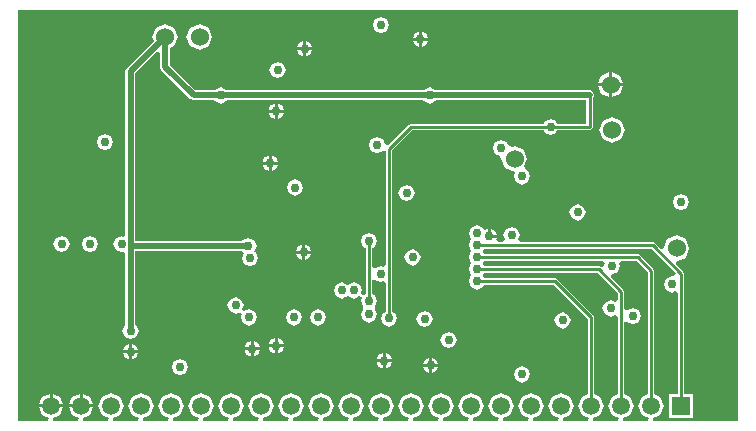
<source format=gbl>
%FSTAX23Y23*%
%MOIN*%
%SFA1B1*%

%IPPOS*%
%ADD28C,0.010000*%
%ADD29C,0.020000*%
%ADD30C,0.030000*%
%ADD31C,0.060000*%
%ADD32R,0.059055X0.059055*%
%ADD33C,0.059055*%
%ADD34C,0.020000*%
%LNbackscatter_tag_pcb-1*%
%LPD*%
G36*
X03949Y025D02*
Y02477D01*
X03939Y02471*
X03925Y02477*
X03905Y02469*
X03897Y0245*
X03905Y0243*
X03925Y02422*
X03939Y02428*
X03949Y02422*
Y02163*
X03929Y02155*
X03917Y02125*
X03929Y02094*
X03953Y02085*
X03951Y02075*
X03868*
X03866Y02085*
X0389Y02094*
X03902Y02125*
X0389Y02155*
X0387Y02163*
Y0242*
X03867Y02427*
X03747Y02547*
X0374Y0255*
X03502*
X03502Y02551*
X03499Y0256*
X03502Y02568*
X03502Y02569*
X0388*
X03949Y025*
G37*
G36*
X04049Y0257D02*
Y02163D01*
X04029Y02155*
X04017Y02125*
X04029Y02094*
X04053Y02085*
X04051Y02075*
X03968*
X03966Y02085*
X0399Y02094*
X04002Y02125*
X0399Y02155*
X0397Y02163*
Y02403*
X0398Y02405*
X0398Y02405*
X04Y02397*
X04019Y02405*
X04027Y02425*
X04019Y02444*
X04Y02452*
X0398Y02444*
X0398Y02444*
X0397Y02446*
Y02505*
X03967Y02512*
X03926Y02553*
X03931Y02563*
X03949Y0257*
X03957Y0259*
X03953Y02599*
X03959Y02609*
X0401*
X04049Y0257*
G37*
G36*
X0435Y02075D02*
X04068D01*
X04066Y02085*
X0409Y02094*
X04102Y02125*
X0409Y02155*
X0407Y02163*
Y02575*
X04067Y02582*
X04022Y02627*
X04015Y0263*
X03502*
X03502Y02631*
X03499Y0264*
X03502Y02648*
X03502Y02649*
X0406*
X04142Y02567*
X04141Y02562*
X04131Y02556*
X0413Y02557*
X0411Y02549*
X04102Y0253*
X0411Y0251*
X0413Y02502*
X04139Y02506*
X04149Y025*
Y02164*
X0412*
Y02085*
X04199*
Y02164*
X0417*
Y02565*
X04167Y02572*
X04142Y02597*
X04146Y02607*
X04175Y02619*
X04188Y0265*
X04175Y0268*
X04145Y02693*
X04114Y0268*
X04102Y02651*
X04092Y02647*
X04072Y02667*
X04065Y0267*
X03622*
X03616Y0268*
X03622Y02695*
X03614Y02714*
X03595Y02722*
X03575Y02714*
X03567Y02695*
X03573Y0268*
X03567Y0267*
X03549*
X03543Y0268*
X03545Y02685*
X0352*
Y0269*
X03515*
Y02715*
X03502Y0271*
X03499Y02719*
X0348Y02727*
X0346Y02719*
X03452Y027*
X03457Y02688*
X0346Y0268*
X03457Y02671*
X03452Y0266*
X03457Y02648*
X0346Y0264*
X03457Y02631*
X03452Y0262*
X03457Y02608*
X0346Y026*
X03457Y02591*
X03452Y0258*
X03457Y02568*
X0346Y0256*
X03457Y02551*
X03452Y0254*
X0346Y0252*
X0348Y02512*
X03499Y0252*
X03502Y02529*
X03735*
X03849Y02415*
Y02163*
X03829Y02155*
X03817Y02125*
X03829Y02094*
X03853Y02085*
X03851Y02075*
X03768*
X03766Y02085*
X0379Y02094*
X03802Y02125*
X0379Y02155*
X0376Y02167*
X03729Y02155*
X03717Y02125*
X03729Y02094*
X03753Y02085*
X03751Y02075*
X03668*
X03666Y02085*
X0369Y02094*
X03702Y02125*
X0369Y02155*
X0366Y02167*
X03629Y02155*
X03617Y02125*
X03629Y02094*
X03653Y02085*
X03651Y02075*
X03568*
X03566Y02085*
X0359Y02094*
X03602Y02125*
X0359Y02155*
X0356Y02167*
X03529Y02155*
X03517Y02125*
X03529Y02094*
X03553Y02085*
X03551Y02075*
X03468*
X03466Y02085*
X0349Y02094*
X03502Y02125*
X0349Y02155*
X0346Y02167*
X03429Y02155*
X03417Y02125*
X03429Y02094*
X03453Y02085*
X03451Y02075*
X03368*
X03366Y02085*
X0339Y02094*
X03402Y02125*
X0339Y02155*
X0336Y02167*
X03329Y02155*
X03317Y02125*
X03329Y02094*
X03353Y02085*
X03351Y02075*
X03268*
X03266Y02085*
X0329Y02094*
X03302Y02125*
X0329Y02155*
X0326Y02167*
X03229Y02155*
X03217Y02125*
X03229Y02094*
X03253Y02085*
X03251Y02075*
X03168*
X03166Y02085*
X0319Y02094*
X03202Y02125*
X0319Y02155*
X0316Y02167*
X03129Y02155*
X03117Y02125*
X03129Y02094*
X03153Y02085*
X03151Y02075*
X03068*
X03066Y02085*
X0309Y02094*
X03102Y02125*
X0309Y02155*
X0306Y02167*
X03029Y02155*
X03017Y02125*
X03029Y02094*
X03053Y02085*
X03051Y02075*
X02968*
X02966Y02085*
X0299Y02094*
X03002Y02125*
X0299Y02155*
X0296Y02167*
X02929Y02155*
X02917Y02125*
X02929Y02094*
X02953Y02085*
X02951Y02075*
X02868*
X02866Y02085*
X0289Y02094*
X02902Y02125*
X0289Y02155*
X0286Y02167*
X02829Y02155*
X02817Y02125*
X02829Y02094*
X02853Y02085*
X02851Y02075*
X02768*
X02766Y02085*
X0279Y02094*
X02802Y02125*
X0279Y02155*
X0276Y02167*
X02729Y02155*
X02717Y02125*
X02729Y02094*
X02753Y02085*
X02751Y02075*
X02668*
X02666Y02085*
X0269Y02094*
X02702Y02125*
X0269Y02155*
X0266Y02167*
X02629Y02155*
X02617Y02125*
X02629Y02094*
X02653Y02085*
X02651Y02075*
X02568*
X02566Y02085*
X0259Y02094*
X02602Y02125*
X0259Y02155*
X0256Y02167*
X02529Y02155*
X02517Y02125*
X02529Y02094*
X02553Y02085*
X02551Y02075*
X02468*
X02466Y02085*
X0249Y02094*
X02502Y02125*
X0249Y02155*
X0246Y02167*
X02429Y02155*
X02417Y02125*
X02429Y02094*
X02453Y02085*
X02451Y02075*
X02368*
X02366Y02085*
X0239Y02094*
X02402Y02125*
X0239Y02155*
X0236Y02167*
X02329Y02155*
X02317Y02125*
X02329Y02094*
X02353Y02085*
X02351Y02075*
X02268*
X02266Y02085*
X0229Y02094*
X02302Y02125*
X0229Y02155*
X0226Y02167*
X02229Y02155*
X02217Y02125*
X02229Y02094*
X02253Y02085*
X02251Y02075*
X02168*
X02166Y02085*
X0219Y02094*
X022Y0212*
X0216*
X02119*
X02129Y02094*
X02153Y02085*
X02151Y02075*
X02068*
X02066Y02085*
X0209Y02094*
X021Y0212*
X0206*
X02019*
X02029Y02094*
X02053Y02085*
X02051Y02075*
X0195*
Y03445*
X0435*
Y02075*
G37*
G36*
X03905Y026D02*
X03902Y0259D01*
X03893Y02586*
X03892Y02587*
X03885Y0259*
X03502*
X03502Y02591*
X03499Y026*
X03502Y02608*
X03502Y02609*
X039*
X03905Y026*
G37*
%LNbackscatter_tag_pcb-2*%
%LPC*%
G36*
X02725Y0234D02*
X0271Y02334D01*
X02705Y0232*
X02725*
Y0234*
G37*
G36*
X02735D02*
Y0232D01*
X02755*
X02749Y02334*
X02735Y0234*
G37*
G36*
X02805Y0235D02*
X0279Y02344D01*
X02785Y0233*
X02805*
Y0235*
G37*
G36*
X03385Y02372D02*
X03365Y02364D01*
X03357Y02345*
X03365Y02325*
X03385Y02317*
X03404Y02325*
X03412Y02345*
X03404Y02364*
X03385Y02372*
G37*
G36*
X02835Y0232D02*
X02815D01*
Y023*
X02829Y02305*
X02835Y0232*
G37*
G36*
X0232Y0233D02*
X02305Y02324D01*
X023Y0231*
X0232*
Y0233*
G37*
G36*
X0233D02*
Y0231D01*
X0235*
X02344Y02324*
X0233Y0233*
G37*
G36*
X0287Y02447D02*
X0285Y02439D01*
X02842Y0242*
X0285Y024*
X0287Y02392*
X02889Y024*
X02897Y0242*
X02889Y02439*
X0287Y02447*
G37*
G36*
X0295D02*
X0293Y02439D01*
X02922Y0242*
X0293Y024*
X0295Y02392*
X02969Y024*
X02977Y0242*
X02969Y02439*
X0295Y02447*
G37*
G36*
X03265Y02647D02*
X03245Y02639D01*
X03237Y0262*
X03245Y026*
X03265Y02592*
X03284Y026*
X03292Y0262*
X03284Y02639*
X03265Y02647*
G37*
G36*
X02675Y02487D02*
X02655Y02479D01*
X02647Y0246*
X02655Y0244*
X02675Y02432*
X0269Y02439*
X02697Y02431*
X02692Y0242*
X027Y024*
X0272Y02392*
X02739Y024*
X02747Y0242*
X02739Y02439*
X0272Y02447*
X02704Y0244*
X02697Y02448*
X02702Y0246*
X02694Y02479*
X02675Y02487*
G37*
G36*
X02815Y0235D02*
Y0233D01*
X02835*
X02829Y02344*
X02815Y0235*
G37*
G36*
X03765Y02437D02*
X03745Y02429D01*
X03737Y0241*
X03745Y0239*
X03765Y02382*
X03784Y0239*
X03792Y0241*
X03784Y02429*
X03765Y02437*
G37*
G36*
X03305Y02442D02*
X03285Y02434D01*
X03277Y02415*
X03285Y02395*
X03305Y02387*
X03324Y02395*
X03332Y02415*
X03324Y02434*
X03305Y02442*
G37*
G36*
X02805Y0232D02*
X02785D01*
X0279Y02305*
X02805Y023*
Y0232*
G37*
G36*
X0332Y02255D02*
X033D01*
X03305Y0224*
X0332Y02235*
Y02255*
G37*
G36*
X0249Y02282D02*
X0247Y02274D01*
X02462Y02255*
X0247Y02235*
X0249Y02227*
X02509Y02235*
X02517Y02255*
X02509Y02274*
X0249Y02282*
G37*
G36*
X03165Y0227D02*
X03145D01*
X0315Y02255*
X03165Y0225*
Y0227*
G37*
G36*
X0335Y02255D02*
X0333D01*
Y02235*
X03344Y0224*
X0335Y02255*
G37*
G36*
X0363Y02257D02*
X0361Y02249D01*
X03602Y0223*
X0361Y0221*
X0363Y02202*
X03649Y0221*
X03657Y0223*
X03649Y02249*
X0363Y02257*
G37*
G36*
X02155Y02165D02*
X02129Y02155D01*
X02119Y0213*
X02155*
Y02165*
G37*
G36*
X02055D02*
X02029Y02155D01*
X02019Y0213*
X02055*
Y02165*
G37*
G36*
X02165D02*
Y0213D01*
X022*
X0219Y02155*
X02165Y02165*
G37*
G36*
X02065D02*
Y0213D01*
X021*
X0209Y02155*
X02065Y02165*
G37*
G36*
X0235Y023D02*
X0233D01*
Y0228*
X02344Y02285*
X0235Y023*
G37*
G36*
X0232D02*
X023D01*
X02305Y02285*
X0232Y0228*
Y023*
G37*
G36*
X02755Y0231D02*
X02735D01*
Y0229*
X02749Y02295*
X02755Y0231*
G37*
G36*
X02725D02*
X02705D01*
X0271Y02295*
X02725Y0229*
Y0231*
G37*
G36*
X03175Y023D02*
Y0228D01*
X03195*
X03189Y02294*
X03175Y023*
G37*
G36*
X0332Y02285D02*
X03305Y02279D01*
X033Y02265*
X0332*
Y02285*
G37*
G36*
X03195Y0227D02*
X03175D01*
Y0225*
X03189Y02255*
X03195Y0227*
G37*
G36*
X03165Y023D02*
X0315Y02294D01*
X03145Y0228*
X03165*
Y023*
G37*
G36*
X0333Y02285D02*
Y02265D01*
X0335*
X03344Y02279*
X0333Y02285*
G37*
G36*
X02897Y02632D02*
X02877D01*
X02883Y02618*
X02897Y02612*
Y02632*
G37*
G36*
X0393Y03236D02*
Y032D01*
X03966*
X03955Y03225*
X0393Y03236*
G37*
G36*
X0392D02*
X03894Y03225D01*
X03883Y032*
X0392*
Y03236*
G37*
G36*
X029Y0331D02*
X0288D01*
X02885Y03295*
X029Y0329*
Y0331*
G37*
G36*
X02815Y03272D02*
X02795Y03264D01*
X02787Y03245*
X02795Y03225*
X02815Y03217*
X02834Y03225*
X02842Y03245*
X02834Y03264*
X02815Y03272*
G37*
G36*
X03966Y0319D02*
X0393D01*
Y03153*
X03955Y03164*
X03966Y0319*
G37*
G36*
X02805Y03131D02*
X0279Y03126D01*
X02785Y03111*
X02805*
Y03131*
G37*
G36*
X02835Y03101D02*
X02815D01*
Y03081*
X02829Y03087*
X02835Y03101*
G37*
G36*
X0392Y0319D02*
X03883D01*
X03894Y03164*
X0392Y03153*
Y0319*
G37*
G36*
X02815Y03131D02*
Y03111D01*
X02835*
X02829Y03126*
X02815Y03131*
G37*
G36*
X03286Y03371D02*
X03272Y03366D01*
X03266Y03351*
X03286*
Y03371*
G37*
G36*
X03316Y03341D02*
X03296D01*
Y03321*
X03311Y03327*
X03316Y03341*
G37*
G36*
X0316Y03422D02*
X0314Y03414D01*
X03132Y03395*
X0314Y03375*
X0316Y03367*
X03179Y03375*
X03187Y03395*
X03179Y03414*
X0316Y03422*
G37*
G36*
X03296Y03371D02*
Y03351D01*
X03316*
X03311Y03366*
X03296Y03371*
G37*
G36*
X03286Y03341D02*
X03266D01*
X03272Y03327*
X03286Y03321*
Y03341*
G37*
G36*
X02555Y03398D02*
X02524Y03385D01*
X02511Y03355*
X02524Y03324*
X02555Y03311*
X02585Y03324*
X02598Y03355*
X02585Y03385*
X02555Y03398*
G37*
G36*
X0293Y0331D02*
X0291D01*
Y0329*
X02924Y03295*
X0293Y0331*
G37*
G36*
X0291Y0334D02*
Y0332D01*
X0293*
X02924Y03334*
X0291Y0334*
G37*
G36*
X029D02*
X02885Y03334D01*
X0288Y0332*
X029*
Y0334*
G37*
G36*
X02805Y03101D02*
X02785D01*
X0279Y03087*
X02805Y03081*
Y03101*
G37*
G36*
X03815Y02797D02*
X03795Y02789D01*
X03787Y0277*
X03795Y0275*
X03815Y02742*
X03834Y0275*
X03842Y0277*
X03834Y02789*
X03815Y02797*
G37*
G36*
X03525Y02715D02*
Y02695D01*
X03545*
X03539Y02709*
X03525Y02715*
G37*
G36*
X03245Y02862D02*
X03225Y02854D01*
X03217Y02835*
X03225Y02815*
X03245Y02807*
X03264Y02815*
X03272Y02835*
X03264Y02854*
X03245Y02862*
G37*
G36*
X0416Y02832D02*
X0414Y02824D01*
X04132Y02805*
X0414Y02785*
X0416Y02777*
X04179Y02785*
X04187Y02805*
X04179Y02824*
X0416Y02832*
G37*
G36*
X02907Y02662D02*
Y02642D01*
X02927*
X02921Y02656*
X02907Y02662*
G37*
G36*
X02095Y02692D02*
X02075Y02684D01*
X02067Y02665*
X02075Y02645*
X02095Y02637*
X02114Y02645*
X02122Y02665*
X02114Y02684*
X02095Y02692*
G37*
G36*
X02927Y02632D02*
X02907D01*
Y02612*
X02921Y02618*
X02927Y02632*
G37*
G36*
X02897Y02662D02*
X02883Y02656D01*
X02877Y02642*
X02897*
Y02662*
G37*
G36*
X0219Y02692D02*
X0217Y02684D01*
X02162Y02665*
X0217Y02645*
X0219Y02637*
X02209Y02645*
X02217Y02665*
X02209Y02684*
X0219Y02692*
G37*
G36*
X0224Y03031D02*
X02221Y03023D01*
X02213Y03004*
X02221Y02985*
X0224Y02977*
X02259Y02985*
X02267Y03004*
X02259Y03023*
X0224Y03031*
G37*
G36*
X02795Y02959D02*
Y02939D01*
X02815*
X02809Y02953*
X02795Y02959*
G37*
G36*
X0244Y03398D02*
X02409Y03385D01*
X02396Y03355*
X02402Y0334*
X02313Y03251*
X02308Y0324*
Y02695*
X023Y02689*
X02295Y02692*
X02275Y02684*
X02267Y02665*
X02275Y02645*
X02295Y02637*
X023Y0264*
X02308Y02634*
Y02395*
X02305Y02394*
X02297Y02375*
X02305Y02355*
X02325Y02347*
X02344Y02355*
X02352Y02375*
X02344Y02394*
X02341Y02395*
Y02641*
X02695*
X02702Y02633*
X02695Y02617*
X02703Y02598*
X02722Y0259*
X02742Y02598*
X0275Y02617*
X02742Y02637*
X02737Y02639*
X02745Y02657*
X02737Y02677*
X02717Y02685*
X02698Y02677*
X02697Y02674*
X02341*
Y03233*
X02414Y03306*
X02423Y03302*
Y03255*
X02428Y03243*
X02523Y03148*
X02535Y03143*
X02604*
X02605Y0314*
X02625Y03132*
X02644Y0314*
X02645Y03143*
X03301*
X03302Y0314*
X03322Y03132*
X03341Y0314*
X03342Y03143*
X03844*
Y03065*
X03747*
X03744Y03074*
X03725Y03082*
X03705Y03074*
X03702Y03065*
X0326*
X03252Y03062*
X03183Y02993*
X03173Y02997*
X03166Y03014*
X03147Y03022*
X03127Y03014*
X03119Y02995*
X03127Y02975*
X03147Y02967*
X03166Y02975*
X03176Y02973*
Y02594*
X03167Y02588*
X0316Y02592*
X0314Y02584*
X0314Y02584*
X0313Y02586*
Y02652*
X03139Y02655*
X03147Y02675*
X03139Y02694*
X0312Y02702*
X031Y02694*
X03092Y02675*
X031Y02655*
X03109Y02652*
Y02499*
X03102Y02495*
X03101Y02495*
X03093Y025*
X03097Y0251*
X03089Y02529*
X0307Y02537*
X03058Y02532*
X0305Y02529*
X03041Y02532*
X0303Y02537*
X0301Y02529*
X03002Y0251*
X0301Y0249*
X0303Y02482*
X03041Y02487*
X0305Y0249*
X03058Y02487*
X0307Y02482*
X03087Y0249*
X03088Y0249*
X03097Y02486*
X03097Y02485*
X03097Y02486*
X03097Y02485*
X03092Y02475*
X03099Y02459*
X031Y02452*
X03099Y02445*
X03092Y0243*
X031Y0241*
X0312Y02402*
X03139Y0241*
X03147Y0243*
X0314Y02445*
X03139Y02452*
X0314Y02459*
X03147Y02475*
X03139Y02494*
X0313Y02497*
Y02543*
X0314Y02545*
X0314Y02545*
X0316Y02537*
X03167Y02541*
X03176Y02535*
Y02439*
X03167Y02435*
X03159Y02416*
X03167Y02397*
X03186Y02389*
X03205Y02397*
X03213Y02416*
X03205Y02435*
X03197Y02439*
Y02977*
X03264Y03044*
X03702*
X03705Y03035*
X03725Y03027*
X03744Y03035*
X03747Y03044*
X03855*
X03862Y03047*
X03865Y03055*
Y03148*
X03866Y03148*
X03871Y0316*
X03866Y03171*
X03855Y03176*
X03342*
X03341Y03179*
X03322Y03187*
X03302Y03179*
X03301Y03176*
X02645*
X02644Y03179*
X02625Y03187*
X02605Y03179*
X02604Y03176*
X02541*
X02456Y03261*
Y03318*
X0247Y03324*
X02483Y03355*
X0247Y03385*
X0244Y03398*
G37*
G36*
X0393Y03088D02*
X03899Y03075D01*
X03886Y03045*
X03899Y03014*
X0393Y03001*
X0396Y03014*
X03973Y03045*
X0396Y03075*
X0393Y03088*
G37*
G36*
X02785Y02959D02*
X02771Y02953D01*
X02765Y02939*
X02785*
Y02959*
G37*
G36*
X0356Y03012D02*
X0354Y03004D01*
X03532Y02985*
X0354Y02965*
X03555Y02959*
X03561Y02948*
X03561Y02948*
X03574Y02917*
X03605Y02904*
X03607Y02901*
X03602Y0289*
X0361Y0287*
X0363Y02862*
X03649Y0287*
X03657Y0289*
X03649Y02909*
X03642Y02911*
X03638Y02924*
X03648Y02948*
X03635Y02978*
X03605Y02991*
X03596Y02987*
X03583Y02993*
X03579Y03004*
X0356Y03012*
G37*
G36*
X02872Y0288D02*
X02853Y02872D01*
X02845Y02852*
X02853Y02833*
X02872Y02825*
X02892Y02833*
X029Y02852*
X02892Y02872*
X02872Y0288*
G37*
G36*
X02815Y02929D02*
X02795D01*
Y02909*
X02809Y02915*
X02815Y02929*
G37*
G36*
X02785D02*
X02765D01*
X02771Y02915*
X02785Y02909*
Y02929*
G37*
%LNbackscatter_tag_pcb-3*%
%LPD*%
G54D28*
X0326Y03055D02*
X03725D01*
X03186Y02981D02*
X0326Y03055D01*
X03186Y02416D02*
Y02981D01*
X03725Y03055D02*
X03855D01*
Y0316*
X0374Y0254D02*
X0386Y0242D01*
Y02125D02*
Y0242D01*
X0348Y0254D02*
X0374D01*
X0348Y0262D02*
X04015D01*
X0406Y02575*
Y02125D02*
Y02575D01*
X04065Y0266D02*
X0416Y02565D01*
Y02125D02*
Y02565D01*
X0348Y0258D02*
X03885D01*
X0396Y02505*
Y02125D02*
Y02505D01*
X0348Y0266D02*
X04065D01*
X0312Y02475D02*
Y02675D01*
G54D29*
X02325Y0324D02*
X0244Y03355D01*
X02535Y0316D02*
X02625D01*
X0244Y03255D02*
X02535Y0316D01*
X0244Y03255D02*
Y03355D01*
X02327Y02657D02*
X02717D01*
X02325Y02655D02*
X02327Y02657D01*
X02325Y02375D02*
Y02655D01*
Y0324*
X02625Y0316D02*
X03322D01*
X03855*
G54D30*
X0273Y02315D03*
X02905Y03315D03*
X0363Y0223D03*
X03725Y03055D03*
X0348Y027D03*
X02815Y03245D03*
X02872Y02852D03*
X0413Y0253D03*
X0287Y0242D03*
X0295D03*
X03765Y0241D03*
X03186Y02416D03*
X04Y02425D03*
X03305Y02415D03*
X0348Y0254D03*
Y0258D03*
Y0262D03*
X03147Y02995D03*
X0316Y03395D03*
X03245Y02835D03*
X0224Y03004D03*
X0416Y02805D03*
X02095Y02665D03*
X0219D03*
X02295D03*
X02675Y0246D03*
X0272Y0242D03*
X0249Y02255D03*
X02325Y02375D03*
X02625Y0316D03*
X02717Y02657D03*
X02722Y02617D03*
X03322Y0316D03*
X0356Y02985D03*
X0316Y02565D03*
X03385Y02345D03*
X03265Y0262D03*
X0279Y02934D03*
X03291Y03346D03*
X0281Y02325D03*
X0317Y02275D03*
X02325Y02305D03*
X02902Y02637D03*
X03325Y0226D03*
X0348Y0266D03*
X0312Y02475D03*
X0303Y0251D03*
X0307D03*
X0312Y0243D03*
X0393Y0259D03*
X03925Y0245D03*
X0363Y0289D03*
X03595Y02695D03*
X0312Y02675D03*
X03815Y0277D03*
X0352Y0269D03*
X0281Y03106D03*
G54D31*
X04145Y0265D03*
X0244Y03355D03*
X02555D03*
X0393Y03045D03*
X03925Y03195D03*
X03605Y02948D03*
G54D32*
X0416Y02125D03*
G54D33*
X0406Y02125D03*
X0396D03*
X0386D03*
X0376D03*
X0366D03*
X0356D03*
X0346D03*
X0336D03*
X0326D03*
X0316D03*
X0306D03*
X0296D03*
X0286D03*
X0276D03*
X0266D03*
X0256D03*
X0246D03*
X0236D03*
X0226D03*
X0216D03*
X0206D03*
G54D34*
X04305Y0329D03*
X0427Y0308D03*
X04305Y0301D03*
X0427Y0294D03*
X04305Y0287D03*
X0427Y0266D03*
X04305Y0245D03*
X0427Y0224D03*
X04305Y0217D03*
X0427Y021D03*
X042Y0336D03*
X04235Y0301D03*
Y0287D03*
Y0245D03*
X042Y0224D03*
X04235Y0217D03*
X0413Y0308D03*
X04165Y0287D03*
Y0273D03*
X04095Y0329D03*
Y0287D03*
Y0245D03*
Y0231D03*
X0399Y0336D03*
X04025Y0329D03*
X0399Y0322D03*
X0392Y0336D03*
X03955Y0329D03*
X0392Y0224D03*
X0385Y0336D03*
X03885Y0329D03*
X0378Y0336D03*
X03815Y0329D03*
X0378Y0224D03*
X03815Y0217D03*
X0371Y0336D03*
X03745Y0329D03*
Y0231D03*
X0371Y0224D03*
X0364Y0336D03*
X03675Y0231D03*
X0357Y0336D03*
Y0224D03*
X035Y0336D03*
Y0322D03*
X0343Y0336D03*
Y0224D03*
X0329Y0322D03*
X03325Y0301D03*
X0329Y0266D03*
X0322D03*
X03115Y0273D03*
X03045Y0329D03*
Y0287D03*
X0301Y0266D03*
X02975Y0329D03*
Y0287D03*
X0287Y0322D03*
Y0308D03*
X02905Y0259D03*
X0273Y0294D03*
Y028D03*
X0259Y0294D03*
X0252Y028D03*
X0245Y0294D03*
X0238Y0322D03*
Y0294D03*
X02415Y0217D03*
X02275Y0329D03*
X0224Y0308D03*
X0217Y0336D03*
X02205Y0287D03*
X021Y0308D03*
X02135Y0301D03*
X02065Y0329D03*
Y0287D03*
X01995Y0329D03*
Y0315D03*
Y0217D03*
M02*
</source>
